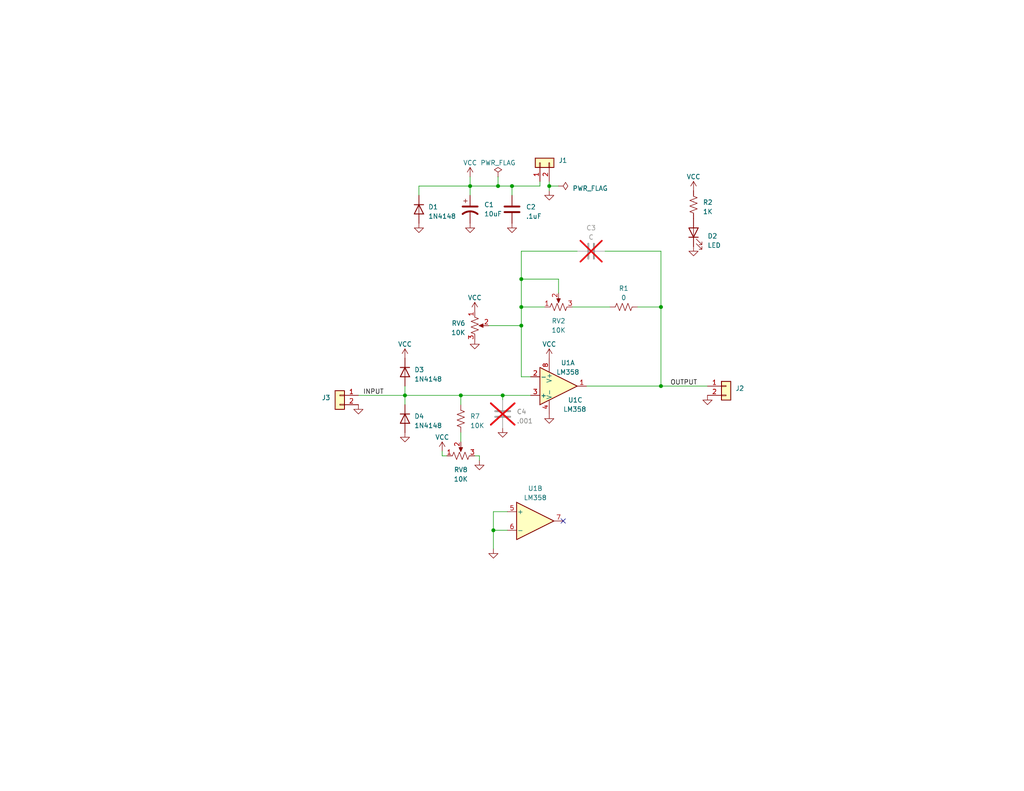
<source format=kicad_sch>
(kicad_sch (version 20230121) (generator eeschema)
  (paper "USLetter")
  (title_block (title "Offset") (date "2023-03-04") (rev "0.1"))
  (lib_symbols
    (symbol "Amplifier_Operational:LM358" (pin_names (offset 0.127))
      (property "Reference" "U" (at 0 5.08 0))
      (property "Value" "LM358" (at 0 -5.08 0))
      (symbol "LM358_1_1"
        (polyline (pts (xy -5.08 5.08) (xy 5.08 0) (xy -5.08 -5.08) (xy -5.08 5.08)) (stroke (width 0.254)) (fill (type background)))
        (pin output line (at 7.62 0 180) (length 2.54) (name "~") (number "1"))
        (pin input line (at -7.62 -2.54 0) (length 2.54) (name "-") (number "2"))
        (pin input line (at -7.62 2.54 0) (length 2.54) (name "+") (number "3"))
      )
      (symbol "LM358_2_1"
        (polyline (pts (xy -5.08 5.08) (xy 5.08 0) (xy -5.08 -5.08) (xy -5.08 5.08)) (stroke (width 0.254)) (fill (type background)))
        (pin input line (at -7.62 2.54 0) (length 2.54) (name "+") (number "5"))
        (pin input line (at -7.62 -2.54 0) (length 2.54) (name "-") (number "6"))
        (pin output line (at 7.62 0 180) (length 2.54) (name "~") (number "7"))
      )
      (symbol "LM358_3_1"
        (pin power_in line (at -2.54 -7.62 90) (length 3.81) (name "V-") (number "4"))
        (pin power_in line (at -2.54 7.62 270) (length 3.81) (name "V+") (number "8"))
      )
    )
    (symbol "Connector_Generic:Conn_01x02" (pin_names (offset 1.016) hide)
      (property "Reference" "J" (at 0 2.54 0))
      (property "Value" "Conn_01x02" (at 0 -5.08 0))
      (symbol "Conn_01x02_1_1"
        (rectangle (start -1.27 -2.413) (end 0 -2.667) (stroke (width 0.1524)))
        (rectangle (start -1.27 0.127) (end 0 -0.127) (stroke (width 0.1524)))
        (rectangle (start -1.27 1.27) (end 1.27 -3.81) (stroke (width 0.254)) (fill (type background)))
        (pin passive line (at -5.08 0 0) (length 3.81) (name "Pin_1") (number "1"))
        (pin passive line (at -5.08 -2.54 0) (length 3.81) (name "Pin_2") (number "2"))
      )
    )
    (symbol "Device:C" (pin_numbers hide) (pin_names (offset 0.254))
      (property "Reference" "C" (at 0.635 2.54 0))
      (property "Value" "C" (at 0.635 -2.54 0))
      (symbol "C_0_1"
        (polyline (pts (xy -2.032 -0.762) (xy 2.032 -0.762)) (stroke (width 0.508)))
        (polyline (pts (xy -2.032 0.762) (xy 2.032 0.762)) (stroke (width 0.508)))
      )
      (symbol "C_1_1"
        (pin passive line (at 0 3.81 270) (length 2.794) (name "~") (number "1"))
        (pin passive line (at 0 -3.81 90) (length 2.794) (name "~") (number "2"))
      )
    )
    (symbol "Device:C_Polarized_US" (pin_numbers hide) (pin_names (offset 0.254) hide)
      (property "Reference" "C" (at 0.635 2.54 0))
      (property "Value" "C_Polarized_US" (at 0.635 -2.54 0))
      (symbol "C_Polarized_US_0_1"
        (polyline (pts (xy -2.032 0.762) (xy 2.032 0.762)) (stroke (width 0.508)))
        (polyline (pts (xy -1.778 2.286) (xy -0.762 2.286)))
        (polyline (pts (xy -1.27 1.778) (xy -1.27 2.794)))
        (arc (start 2.032 -1.27) (mid 0 -0.5572) (end -2.032 -1.27) (stroke (width 0.508)))
      )
      (symbol "C_Polarized_US_1_1"
        (pin passive line (at 0 3.81 270) (length 2.794) (name "~") (number "1"))
        (pin passive line (at 0 -3.81 90) (length 3.302) (name "~") (number "2"))
      )
    )
    (symbol "Device:LED" (pin_numbers hide) (pin_names (offset 1.016) hide)
      (property "Reference" "D" (at 0 2.54 0))
      (property "Value" "LED" (at 0 -2.54 0))
      (symbol "LED_0_1"
        (polyline (pts (xy -1.27 -1.27) (xy -1.27 1.27)) (stroke (width 0.254)))
        (polyline (pts (xy -1.27 0) (xy 1.27 0)))
        (polyline (pts (xy 1.27 -1.27) (xy 1.27 1.27) (xy -1.27 0) (xy 1.27 -1.27)) (stroke (width 0.254)))
        (polyline (pts (xy -3.048 -0.762) (xy -4.572 -2.286) (xy -3.81 -2.286) (xy -4.572 -2.286) (xy -4.572 -1.524)))
        (polyline (pts (xy -1.778 -0.762) (xy -3.302 -2.286) (xy -2.54 -2.286) (xy -3.302 -2.286) (xy -3.302 -1.524)))
      )
      (symbol "LED_1_1"
        (pin passive line (at -3.81 0 0) (length 2.54) (name "K") (number "1"))
        (pin passive line (at 3.81 0 180) (length 2.54) (name "A") (number "2"))
      )
    )
    (symbol "Device:R_Potentiometer_US" (pin_names (offset 1.016) hide)
      (property "Reference" "RV" (at -4.445 0 90))
      (property "Value" "R_Potentiometer_US" (at -2.54 0 90))
      (symbol "R_Potentiometer_US_0_1"
        (polyline (pts (xy 0 -2.286) (xy 0 -2.54)))
        (polyline (pts (xy 0 2.54) (xy 0 2.286)))
        (polyline (pts (xy 2.54 0) (xy 1.524 0)))
        (polyline (pts (xy 1.143 0) (xy 2.286 0.508) (xy 2.286 -0.508) (xy 1.143 0)) (fill (type outline)))
        (polyline (pts (xy 0 -0.762) (xy 1.016 -1.143) (xy 0 -1.524) (xy -1.016 -1.905) (xy 0 -2.286)))
        (polyline (pts (xy 0 0.762) (xy 1.016 0.381) (xy 0 0) (xy -1.016 -0.381) (xy 0 -0.762)))
        (polyline (pts (xy 0 2.286) (xy 1.016 1.905) (xy 0 1.524) (xy -1.016 1.143) (xy 0 0.762)))
      )
      (symbol "R_Potentiometer_US_1_1"
        (pin passive line (at 0 3.81 270) (length 1.27) (name "1") (number "1"))
        (pin passive line (at 3.81 0 180) (length 1.27) (name "2") (number "2"))
        (pin passive line (at 0 -3.81 90) (length 1.27) (name "3") (number "3"))
      )
    )
    (symbol "Device:R_US" (pin_numbers hide) (pin_names (offset 0))
      (property "Reference" "R" (at 2.54 0 90))
      (property "Value" "R_US" (at -2.54 0 90))
      (symbol "R_US_0_1"
        (polyline (pts (xy 0 -2.286) (xy 0 -2.54)))
        (polyline (pts (xy 0 2.286) (xy 0 2.54)))
        (polyline (pts (xy 0 -0.762) (xy 1.016 -1.143) (xy 0 -1.524) (xy -1.016 -1.905) (xy 0 -2.286)))
        (polyline (pts (xy 0 0.762) (xy 1.016 0.381) (xy 0 0) (xy -1.016 -0.381) (xy 0 -0.762)))
        (polyline (pts (xy 0 2.286) (xy 1.016 1.905) (xy 0 1.524) (xy -1.016 1.143) (xy 0 0.762)))
      )
      (symbol "R_US_1_1"
        (pin passive line (at 0 3.81 270) (length 1.27) (name "~") (number "1"))
        (pin passive line (at 0 -3.81 90) (length 1.27) (name "~") (number "2"))
      )
    )
    (symbol "Diode:1N4148" (pin_numbers hide) (pin_names hide)
      (property "Reference" "D" (at 0 2.54 0))
      (property "Value" "1N4148" (at 0 -2.54 0))
      (symbol "1N4148_0_1"
        (polyline (pts (xy -1.27 1.27) (xy -1.27 -1.27)) (stroke (width 0.254)))
        (polyline (pts (xy 1.27 0) (xy -1.27 0)))
        (polyline (pts (xy 1.27 1.27) (xy 1.27 -1.27) (xy -1.27 0) (xy 1.27 1.27)) (stroke (width 0.254)))
      )
      (symbol "1N4148_1_1"
        (pin passive line (at -3.81 0 0) (length 2.54) (name "K") (number "1"))
        (pin passive line (at 3.81 0 180) (length 2.54) (name "A") (number "2"))
      )
    )
    (symbol "power:GND" (power) (pin_names (offset 0))
      (property "Value" "GND" (at 0 -3.81 0))
      (symbol "GND_0_1"
        (polyline (pts (xy 0 0) (xy 0 -1.27) (xy 1.27 -1.27) (xy 0 -2.54) (xy -1.27 -1.27) (xy 0 -1.27)))
      )
      (symbol "GND_1_1"
        (pin power_in line (at 0 0 270) (length 0) hide (name "GND") (number "1"))
      )
    )
    (symbol "power:PWR_FLAG" (power) (pin_numbers hide) (pin_names (offset 0) hide)
      (property "Value" "PWR_FLAG" (at 0 3.81 0))
      (symbol "PWR_FLAG_0_0"
        (pin power_out line (at 0 0 90) (length 0) (name "pwr") (number "1"))
      )
      (symbol "PWR_FLAG_0_1"
        (polyline (pts (xy 0 0) (xy 0 1.27) (xy -1.016 1.905) (xy 0 2.54) (xy 1.016 1.905) (xy 0 1.27)))
      )
    )
    (symbol "power:VCC" (power) (pin_names (offset 0))
      (property "Value" "VCC" (at 0 3.81 0))
      (symbol "VCC_0_1"
        (polyline (pts (xy -0.762 1.27) (xy 0 2.54)))
        (polyline (pts (xy 0 0) (xy 0 2.54)))
        (polyline (pts (xy 0 2.54) (xy 0.762 1.27)))
      )
      (symbol "VCC_1_1"
        (pin power_in line (at 0 0 90) (length 0) hide (name "VCC") (number "1"))
      )
    )
  )
  (junction (at 137.16 107.95))
  (junction (at 139.7 50.8))
  (junction (at 125.73 107.95))
  (junction (at 134.62 144.78))
  (junction (at 180.34 83.82))
  (junction (at 180.34 105.41))
  (junction (at 142.24 88.9))
  (junction (at 135.89 50.8))
  (junction (at 128.27 50.8))
  (junction (at 110.49 107.95))
  (junction (at 142.24 76.2))
  (junction (at 149.86 50.8))
  (junction (at 142.24 83.82))
  (no_connect (at 153.67 142.24))
  (wire (pts (xy 139.7 50.8) (xy 147.32 50.8)))
  (wire (pts (xy 157.48 68.58) (xy 142.24 68.58)))
  (wire (pts (xy 142.24 83.82) (xy 148.59 83.82)))
  (wire (pts (xy 149.86 50.8) (xy 152.4 50.8)))
  (wire (pts (xy 147.32 49.53) (xy 147.32 50.8)))
  (wire (pts (xy 135.89 48.26) (xy 135.89 50.8)))
  (wire (pts (xy 135.89 50.8) (xy 139.7 50.8)))
  (wire (pts (xy 149.86 50.8) (xy 149.86 49.53)))
  (wire (pts (xy 125.73 107.95) (xy 137.16 107.95)))
  (wire (pts (xy 144.78 102.87) (xy 142.24 102.87)))
  (wire (pts (xy 139.7 50.8) (xy 139.7 53.34)))
  (wire (pts (xy 114.3 53.34) (xy 114.3 50.8)))
  (wire (pts (xy 142.24 83.82) (xy 142.24 76.2)))
  (wire (pts (xy 142.24 76.2) (xy 152.4 76.2)))
  (wire (pts (xy 125.73 110.49) (xy 125.73 107.95)))
  (wire (pts (xy 173.99 83.82) (xy 180.34 83.82)))
  (wire (pts (xy 114.3 50.8) (xy 128.27 50.8)))
  (wire (pts (xy 110.49 107.95) (xy 125.73 107.95)))
  (wire (pts (xy 133.35 88.9) (xy 142.24 88.9)))
  (wire (pts (xy 128.27 50.8) (xy 135.89 50.8)))
  (wire (pts (xy 130.81 124.46) (xy 130.81 125.73)))
  (wire (pts (xy 129.54 124.46) (xy 130.81 124.46)))
  (wire (pts (xy 142.24 88.9) (xy 142.24 83.82)))
  (wire (pts (xy 156.21 83.82) (xy 166.37 83.82)))
  (wire (pts (xy 180.34 83.82) (xy 180.34 68.58)))
  (wire (pts (xy 142.24 102.87) (xy 142.24 88.9)))
  (wire (pts (xy 128.27 48.26) (xy 128.27 50.8)))
  (wire (pts (xy 110.49 110.49) (xy 110.49 107.95)))
  (wire (pts (xy 180.34 83.82) (xy 180.34 105.41)))
  (wire (pts (xy 134.62 139.7) (xy 134.62 144.78)))
  (wire (pts (xy 149.86 52.07) (xy 149.86 50.8)))
  (wire (pts (xy 97.79 107.95) (xy 110.49 107.95)))
  (wire (pts (xy 144.78 107.95) (xy 137.16 107.95)))
  (wire (pts (xy 165.1 68.58) (xy 180.34 68.58)))
  (wire (pts (xy 125.73 118.11) (xy 125.73 120.65)))
  (wire (pts (xy 134.62 144.78) (xy 138.43 144.78)))
  (wire (pts (xy 137.16 107.95) (xy 137.16 109.22)))
  (wire (pts (xy 120.65 124.46) (xy 120.65 123.19)))
  (wire (pts (xy 152.4 76.2) (xy 152.4 80.01)))
  (wire (pts (xy 134.62 149.86) (xy 134.62 144.78)))
  (wire (pts (xy 138.43 139.7) (xy 134.62 139.7)))
  (wire (pts (xy 128.27 50.8) (xy 128.27 53.34)))
  (wire (pts (xy 180.34 105.41) (xy 193.04 105.41)))
  (wire (pts (xy 160.02 105.41) (xy 180.34 105.41)))
  (wire (pts (xy 110.49 105.41) (xy 110.49 107.95)))
  (wire (pts (xy 121.92 124.46) (xy 120.65 124.46)))
  (wire (pts (xy 142.24 68.58) (xy 142.24 76.2)))
  (label "OUTPUT" (at 182.88 105.41 0))
  (label "INPUT" (at 99.06 107.95 0))
  (symbol (lib_id "power:GND") (at 139.7 60.96 0) (unit 1)
    (property "Reference" "#PWR04" (effects hide))
    (property "Value" "GND" (effects hide))
  )
  (symbol (lib_id "power:PWR_FLAG") (at 152.4 50.8 270) (unit 1)
    (property "Reference" "#FLG01" (effects hide))
    (property "Value" "PWR_FLAG" (at 156.21 51.435 90) (effects (justify left)))
  )
  (symbol (lib_id "Device:R_US") (at 189.23 55.88 180) (unit 1)
    (property "Reference" "R2" (at 191.77 55.245 0) (effects (justify right)))
    (property "Value" "1K" (at 191.77 57.785 0) (effects (justify right)))
    (property "Sim.Enable" "0" (effects hide))
  )
  (symbol (lib_id "Device:C") (at 137.16 113.03 0) (unit 1) (dnp yes)
    (property "Reference" "C4" (at 140.97 112.395 0) (effects (justify left)))
    (property "Value" ".001" (at 140.97 114.935 0) (effects (justify left)))
    (property "Sim.Enable" "0" (effects hide))
  )
  (symbol (lib_id "Device:C") (at 161.29 68.58 90) (unit 1) (dnp yes)
    (property "Reference" "C3" (at 161.29 62.23 90))
    (property "Value" "C" (at 161.29 64.77 90))
    (property "Sim.Enable" "0" (effects hide))
  )
  (symbol (lib_id "power:GND") (at 149.86 52.07 0) (unit 1)
    (property "Reference" "#PWR03" (effects hide))
    (property "Value" "GND" (effects hide))
  )
  (symbol (lib_id "Connector_Generic:Conn_01x02") (at 147.32 44.45 90) (unit 1)
    (property "Reference" "J1" (at 152.4 43.815 90) (effects (justify right)))
    (property "Value" "Conn_01x02" (effects hide))
    (property "Sim.Enable" "0" (effects hide))
  )
  (symbol (lib_id "power:GND") (at 189.23 67.31 0) (unit 1)
    (property "Reference" "#PWR019" (effects hide))
    (property "Value" "GND" (effects hide))
  )
  (symbol (lib_id "Device:R_Potentiometer_US") (at 152.4 83.82 90) (unit 1)
    (property "Reference" "RV2" (at 152.4 87.63 90))
    (property "Value" "10K" (at 152.4 90.17 90))
    (property "Sim.Device" "SPICE" (effects hide))
    (property "Sim.Params" "type=\"X\" model=\"RPOT value=10K ratio=0.5\" lib=RPOT_subckt.lib" (effects hide))
  )
  (symbol (lib_id "Diode:1N4148") (at 114.3 57.15 270) (unit 1)
    (property "Reference" "D1" (at 116.84 56.515 90) (effects (justify left)))
    (property "Value" "1N4148" (at 116.84 59.055 90) (effects (justify left)))
    (property "Footprint" "Diode_THT:D_DO-35_SOD27_P7.62mm_Horizontal" (effects hide))
    (property "Datasheet" "https://assets.nexperia.com/documents/data-sheet/1N4148_1N4448.pdf" (effects hide))
    (property "Sim.Device" "D" (effects hide))
    (property "Sim.Pins" "1=K 2=A" (effects hide))
  )
  (symbol (lib_id "Connector_Generic:Conn_01x02") (at 198.12 105.41 0) (unit 1)
    (property "Reference" "J2" (at 200.66 106.045 0) (effects (justify left)))
    (property "Value" "Conn_01x02" (effects hide))
    (property "Sim.Enable" "0" (effects hide))
  )
  (symbol (lib_id "power:GND") (at 114.3 60.96 0) (unit 1)
    (property "Reference" "#PWR06" (effects hide))
    (property "Value" "GND" (effects hide))
  )
  (symbol (lib_id "power:GND") (at 137.16 116.84 0) (unit 1)
    (property "Reference" "#PWR09" (effects hide))
    (property "Value" "GND" (effects hide))
  )
  (symbol (lib_id "power:GND") (at 149.86 113.03 0) (unit 1)
    (property "Reference" "#PWR01" (effects hide))
    (property "Value" "GND" (effects hide))
  )
  (symbol (lib_id "power:VCC") (at 129.54 85.09 0) (unit 1)
    (property "Reference" "#PWR016" (effects hide))
    (property "Value" "V+" (at 129.54 81.28 0))
  )
  (symbol (lib_id "Device:R_Potentiometer_US") (at 129.54 88.9 0) (unit 1)
    (property "Reference" "RV6" (at 127 88.265 0) (effects (justify right)))
    (property "Value" "10K" (at 127 90.805 0) (effects (justify right)))
    (property "Sim.Device" "SPICE" (effects hide))
    (property "Sim.Params" "type=\"X\" model=\"RPOT value=10K ratio=0.5\" lib=RPOT_subckt.lib" (effects hide))
  )
  (symbol (lib_id "power:GND") (at 134.62 149.86 0) (unit 1)
    (property "Reference" "#PWR015" (effects hide))
    (property "Value" "GND" (effects hide))
  )
  (symbol (lib_id "power:PWR_FLAG") (at 135.89 48.26 0) (unit 1)
    (property "Reference" "#FLG02" (effects hide))
    (property "Value" "PWR_FLAG" (at 135.89 44.45 0))
  )
  (symbol (lib_id "Amplifier_Operational:LM358") (at 146.05 142.24 0) (unit 2)
    (property "Reference" "U1" (at 146.05 133.35 0))
    (property "Value" "LM358" (at 146.05 135.89 0))
    (property "Datasheet" "http://www.ti.com/lit/ds/symlink/lm2904-n.pdf" (effects hide))
    (property "Sim.Name" "LM358/NS" (effects hide))
    (property "Sim.Library" "LM358.mod" (effects hide))
    (property "Sim.Device" "SUBCKT" (effects hide))
    (property "Sim.Pins" "1=1 2=2 3=99 4=50 5=28" (effects hide))
  )
  (symbol (lib_id "Diode:1N4148") (at 110.49 114.3 270) (unit 1)
    (property "Reference" "D4" (at 113.03 113.665 90) (effects (justify left)))
    (property "Value" "1N4148" (at 113.03 116.205 90) (effects (justify left)))
    (property "Footprint" "Diode_THT:D_DO-35_SOD27_P7.62mm_Horizontal" (effects hide))
    (property "Datasheet" "https://assets.nexperia.com/documents/data-sheet/1N4148_1N4448.pdf" (effects hide))
    (property "Sim.Device" "D" (effects hide))
    (property "Sim.Pins" "1=K 2=A" (effects hide))
  )
  (symbol (lib_id "Device:R_Potentiometer_US") (at 125.73 124.46 90) (unit 1)
    (property "Reference" "RV8" (at 125.73 128.27 90))
    (property "Value" "10K" (at 125.73 130.81 90))
    (property "Sim.Device" "SPICE" (effects hide))
    (property "Sim.Params" "type=\"X\" model=\"RPOT value=10K ratio=0.5\" lib=RPOT_subckt.lib" (effects hide))
  )
  (symbol (lib_id "power:GND") (at 110.49 118.11 0) (unit 1)
    (property "Reference" "#PWR012" (effects hide))
    (property "Value" "GND" (effects hide))
  )
  (symbol (lib_id "power:GND") (at 128.27 60.96 0) (unit 1)
    (property "Reference" "#PWR05" (effects hide))
    (property "Value" "GND" (effects hide))
  )
  (symbol (lib_id "power:VCC") (at 120.65 123.19 0) (unit 1)
    (property "Reference" "#PWR011" (effects hide))
    (property "Value" "V+" (at 120.65 119.38 0))
  )
  (symbol (lib_id "Device:C_Polarized_US") (at 128.27 57.15 0) (unit 1)
    (property "Reference" "C1" (at 132.08 55.88 0) (effects (justify left)))
    (property "Value" "10uF" (at 132.08 58.42 0) (effects (justify left)))
  )
  (symbol (lib_id "power:VCC") (at 189.23 52.07 0) (unit 1)
    (property "Reference" "#PWR018" (effects hide))
    (property "Value" "V+" (at 189.23 48.26 0))
  )
  (symbol (lib_id "Device:R_US") (at 125.73 114.3 180) (unit 1)
    (property "Reference" "R7" (at 128.27 113.665 0) (effects (justify right)))
    (property "Value" "10K" (at 128.27 116.205 0) (effects (justify right)))
  )
  (symbol (lib_id "Connector_Generic:Conn_01x02") (at 92.71 107.95 0) (mirror y) (unit 1)
    (property "Reference" "J3" (at 90.17 108.585 0) (effects (justify left)))
    (property "Value" "Conn_01x02" (effects hide))
    (property "Sim.Enable" "0" (effects hide))
  )
  (symbol (lib_id "Device:R_US") (at 170.18 83.82 90) (unit 1)
    (property "Reference" "R1" (at 170.18 78.74 90))
    (property "Value" "0" (at 170.18 81.28 90))
  )
  (symbol (lib_id "Amplifier_Operational:LM358") (at 152.4 105.41 0) (unit 3)
    (property "Reference" "U1" (at 154.94 109.22 0) (effects (justify left)))
    (property "Value" "LM358" (at 153.67 111.76 0) (effects (justify left)))
    (property "Datasheet" "http://www.ti.com/lit/ds/symlink/lm2904-n.pdf" (effects hide))
    (property "Sim.Name" "LM358/NS" (effects hide))
    (property "Sim.Library" "LM358.mod" (effects hide))
    (property "Sim.Device" "SUBCKT" (effects hide))
    (property "Sim.Pins" "1=1 2=2 3=99 4=50 5=28" (effects hide))
  )
  (symbol (lib_id "power:VCC") (at 149.86 97.79 0) (unit 1)
    (property "Reference" "#PWR02" (effects hide))
    (property "Value" "V+" (at 149.86 93.98 0))
  )
  (symbol (lib_id "power:GND") (at 130.81 125.73 0) (unit 1)
    (property "Reference" "#PWR010" (effects hide))
    (property "Value" "GND" (effects hide))
  )
  (symbol (lib_id "Amplifier_Operational:LM358") (at 152.4 105.41 0) (mirror x) (unit 1)
    (property "Reference" "U1" (at 154.94 99.06 0))
    (property "Value" "LM358" (at 154.94 101.6 0))
    (property "Datasheet" "http://www.ti.com/lit/ds/symlink/lm2904-n.pdf" (effects hide))
    (property "Sim.Name" "LM358/NS" (effects hide))
    (property "Sim.Library" "LM358.mod" (effects hide))
    (property "Sim.Device" "SUBCKT" (effects hide))
    (property "Sim.Pins" "1=1 2=2 3=99 4=50 5=28" (effects hide))
  )
  (symbol (lib_id "power:GND") (at 97.79 110.49 0) (unit 1)
    (property "Reference" "#PWR014" (effects hide))
    (property "Value" "GND" (effects hide))
  )
  (symbol (lib_id "Device:C") (at 139.7 57.15 0) (unit 1)
    (property "Reference" "C2" (at 143.51 56.515 0) (effects (justify left)))
    (property "Value" ".1uF" (at 143.51 59.055 0) (effects (justify left)))
  )
  (symbol (lib_id "power:VCC") (at 128.27 48.26 0) (unit 1)
    (property "Reference" "#PWR07" (effects hide))
    (property "Value" "V+" (at 128.27 44.45 0))
  )
  (symbol (lib_id "power:GND") (at 129.54 92.71 0) (unit 1)
    (property "Reference" "#PWR017" (effects hide))
    (property "Value" "GND" (effects hide))
  )
  (symbol (lib_id "Diode:1N4148") (at 110.49 101.6 270) (unit 1)
    (property "Reference" "D3" (at 113.03 100.965 90) (effects (justify left)))
    (property "Value" "1N4148" (at 113.03 103.505 90) (effects (justify left)))
    (property "Footprint" "Diode_THT:D_DO-35_SOD27_P7.62mm_Horizontal" (effects hide))
    (property "Datasheet" "https://assets.nexperia.com/documents/data-sheet/1N4148_1N4448.pdf" (effects hide))
    (property "Sim.Device" "D" (effects hide))
    (property "Sim.Pins" "1=K 2=A" (effects hide))
  )
  (symbol (lib_id "Device:LED") (at 189.23 63.5 90) (unit 1)
    (property "Reference" "D2" (at 193.04 64.4525 90) (effects (justify right)))
    (property "Value" "LED" (at 193.04 66.9925 90) (effects (justify right)))
    (property "Sim.Enable" "0" (effects hide))
  )
  (symbol (lib_id "power:VCC") (at 110.49 97.79 0) (unit 1)
    (property "Reference" "#PWR013" (effects hide))
    (property "Value" "V+" (at 110.49 93.98 0))
  )
  (symbol (lib_id "power:GND") (at 193.04 107.95 0) (unit 1)
    (property "Reference" "#PWR08" (effects hide))
    (property "Value" "GND" (effects hide))
  )
)
</source>
